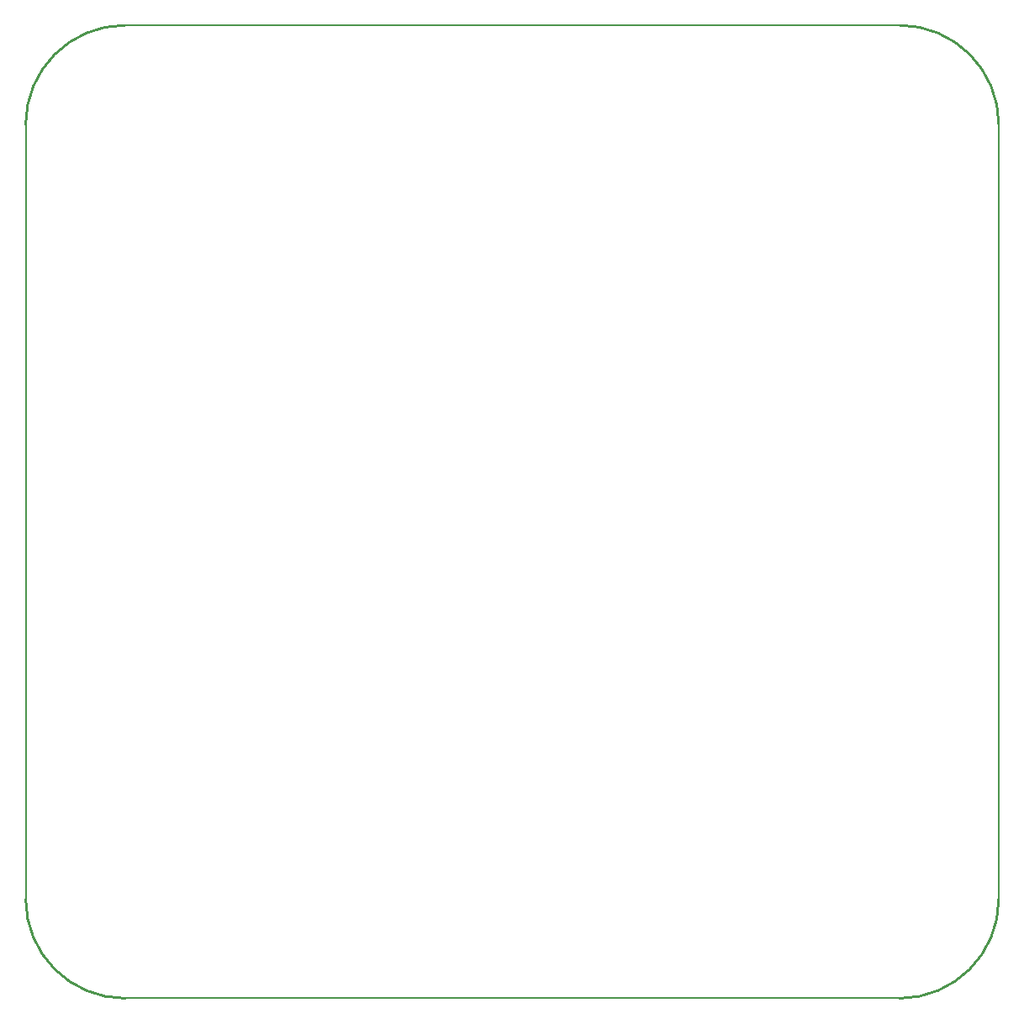
<source format=gbp>
G04 Layer_Color=128*
%FSLAX25Y25*%
%MOIN*%
G70*
G01*
G75*
%ADD11C,0.01000*%
%ADD12C,0.00787*%
D11*
X385827Y346457D02*
G03*
X346457Y385827I-39370J0D01*
G01*
X346457Y-0D02*
G03*
X385827Y39370I0J39370D01*
G01*
X0Y39370D02*
G03*
X39370Y0I39370J0D01*
G01*
X39370Y385827D02*
G03*
X-0Y346457I0J-39370D01*
G01*
D12*
X39370Y385827D02*
X346457D01*
X385827Y39370D02*
Y346457D01*
X39370Y0D02*
X346457D01*
X0Y39370D02*
Y346457D01*
M02*

</source>
